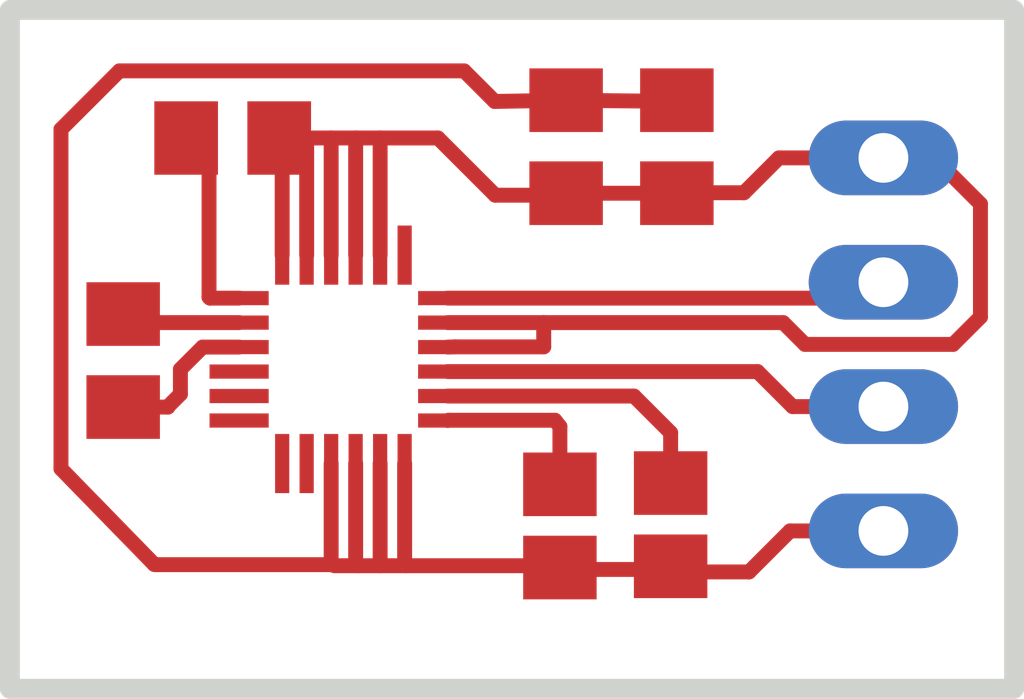
<source format=kicad_pcb>
(kicad_pcb (version 20171130) (host pcbnew "(5.1.4)-1")

  (general
    (thickness 1.6)
    (drawings 4)
    (tracks 89)
    (zones 0)
    (modules 8)
    (nets 16)
  )

  (page A4)
  (layers
    (0 Top signal)
    (31 Bottom signal)
    (32 B.Adhes user)
    (33 F.Adhes user)
    (34 B.Paste user)
    (35 F.Paste user)
    (36 B.SilkS user)
    (37 F.SilkS user)
    (38 B.Mask user)
    (39 F.Mask user)
    (40 Dwgs.User user)
    (41 Cmts.User user)
    (42 Eco1.User user)
    (43 Eco2.User user)
    (44 Edge.Cuts user)
    (45 Margin user)
    (46 B.CrtYd user)
    (47 F.CrtYd user)
    (48 B.Fab user)
    (49 F.Fab user)
  )

  (setup
    (last_trace_width 0.25)
    (trace_clearance 0.1524)
    (zone_clearance 0.508)
    (zone_45_only no)
    (trace_min 0.2)
    (via_size 0.8)
    (via_drill 0.4)
    (via_min_size 0.4)
    (via_min_drill 0.3)
    (uvia_size 0.3)
    (uvia_drill 0.1)
    (uvias_allowed no)
    (uvia_min_size 0.2)
    (uvia_min_drill 0.1)
    (edge_width 0.05)
    (segment_width 0.2)
    (pcb_text_width 0.3)
    (pcb_text_size 1.5 1.5)
    (mod_edge_width 0.12)
    (mod_text_size 1 1)
    (mod_text_width 0.15)
    (pad_size 1.524 1.524)
    (pad_drill 0.762)
    (pad_to_mask_clearance 0.051)
    (solder_mask_min_width 0.25)
    (aux_axis_origin 0 0)
    (visible_elements 7FFFFFFF)
    (pcbplotparams
      (layerselection 0x010fc_ffffffff)
      (usegerberextensions false)
      (usegerberattributes false)
      (usegerberadvancedattributes false)
      (creategerberjobfile false)
      (excludeedgelayer true)
      (linewidth 0.100000)
      (plotframeref false)
      (viasonmask false)
      (mode 1)
      (useauxorigin false)
      (hpglpennumber 1)
      (hpglpenspeed 20)
      (hpglpendiameter 15.000000)
      (psnegative false)
      (psa4output false)
      (plotreference true)
      (plotvalue true)
      (plotinvisibletext false)
      (padsonsilk false)
      (subtractmaskfromsilk false)
      (outputformat 1)
      (mirror false)
      (drillshape 1)
      (scaleselection 1)
      (outputdirectory ""))
  )

  (net 0 "")
  (net 1 GND)
  (net 2 VDD)
  (net 3 /SDA)
  (net 4 /SCL)
  (net 5 "Net-(R2-Pad1)")
  (net 6 "Net-(R1-Pad1)")
  (net 7 "Net-(U1-Pad14)")
  (net 8 "Net-(U1-Pad13)")
  (net 9 "Net-(U1-Pad12)")
  (net 10 "Net-(U1-Pad11)")
  (net 11 "Net-(U1-Pad10)")
  (net 12 "Net-(C1-Pad1)")
  (net 13 "Net-(C1-Pad2)")
  (net 14 "Net-(C2-Pad2)")
  (net 15 "Net-(U1-Pad1)")

  (net_class Default "This is the default net class."
    (clearance 0.1524)
    (trace_width 0.25)
    (via_dia 0.8)
    (via_drill 0.4)
    (uvia_dia 0.3)
    (uvia_drill 0.1)
    (add_net /SCL)
    (add_net /SDA)
    (add_net GND)
    (add_net "Net-(C1-Pad1)")
    (add_net "Net-(C1-Pad2)")
    (add_net "Net-(C2-Pad2)")
    (add_net "Net-(R1-Pad1)")
    (add_net "Net-(R2-Pad1)")
    (add_net "Net-(U1-Pad1)")
    (add_net "Net-(U1-Pad10)")
    (add_net "Net-(U1-Pad11)")
    (add_net "Net-(U1-Pad12)")
    (add_net "Net-(U1-Pad13)")
    (add_net "Net-(U1-Pad14)")
    (add_net VDD)
  )

  (module imu:C0805 (layer Top) (tedit 5DCDEC05) (tstamp 5DC8EB23)
    (at 149.606 100.8634 270)
    (descr <b>CAPACITOR</b><p>)
    (path /A60240AA)
    (fp_poly (pts (xy -1.97 -0.98) (xy 1.97 -0.98) (xy 1.97 0.98) (xy -1.97 0.98)) (layer F.CrtYd) (width 0.05))
    (pad 2 smd rect (at 0.95 0 270) (size 1.3 1.5) (layers Top F.Paste F.Mask)
      (net 1 GND) (solder_mask_margin 0.1016))
    (pad 1 smd rect (at -0.95 0 270) (size 1.3 1.5) (layers Top F.Paste F.Mask)
      (net 2 VDD) (solder_mask_margin 0.1016))
  )

  (module imu:C0805 (layer Top) (tedit 5DCDEC05) (tstamp 5DC8EB31)
    (at 151.8666 100.8634 270)
    (descr <b>CAPACITOR</b><p>)
    (path /C3EA450F)
    (fp_poly (pts (xy -1.97 -0.98) (xy 1.97 -0.98) (xy 1.97 0.98) (xy -1.97 0.98)) (layer F.CrtYd) (width 0.05))
    (pad 2 smd rect (at 0.95 0 270) (size 1.3 1.5) (layers Top F.Paste F.Mask)
      (net 1 GND) (solder_mask_margin 0.1016))
    (pad 1 smd rect (at -0.95 0 270) (size 1.3 1.5) (layers Top F.Paste F.Mask)
      (net 2 VDD) (solder_mask_margin 0.1016))
  )

  (module imu:C0805 (layer Top) (tedit 5DCDEC05) (tstamp 5DC8EB3F)
    (at 140.5636 105.2322 90)
    (descr <b>CAPACITOR</b><p>)
    (path /7A0BA227)
    (fp_poly (pts (xy -1.97 -0.98) (xy 1.97 -0.98) (xy 1.97 0.98) (xy -1.97 0.98)) (layer F.CrtYd) (width 0.05))
    (pad 2 smd rect (at 0.95 0 90) (size 1.3 1.5) (layers Top F.Paste F.Mask)
      (net 13 "Net-(C1-Pad2)") (solder_mask_margin 0.1016))
    (pad 1 smd rect (at -0.95 0 90) (size 1.3 1.5) (layers Top F.Paste F.Mask)
      (net 12 "Net-(C1-Pad1)") (solder_mask_margin 0.1016))
  )

  (module imu:C0805 (layer Top) (tedit 5DCDEC05) (tstamp 5DC8EB4D)
    (at 142.7988 100.6856 180)
    (descr <b>CAPACITOR</b><p>)
    (path /39D9FF9F)
    (fp_poly (pts (xy -1.97 -0.98) (xy 1.97 -0.98) (xy 1.97 0.98) (xy -1.97 0.98)) (layer F.CrtYd) (width 0.05))
    (pad 2 smd rect (at 0.95 0 180) (size 1.3 1.5) (layers Top F.Paste F.Mask)
      (net 14 "Net-(C2-Pad2)") (solder_mask_margin 0.1016))
    (pad 1 smd rect (at -0.95 0 180) (size 1.3 1.5) (layers Top F.Paste F.Mask)
      (net 1 GND) (solder_mask_margin 0.1016))
  )

  (module imu:LGA-24 (layer Top) (tedit 5DCDEC7A) (tstamp 5DC8EAD5)
    (at 145.0594 105.2068 270)
    (descr "<h3>LGA 4x4x1 mm 24-lead</h3>\n<ul><li>0.5mm pitch</li>\n<li>Pads are 0.35x0.2 mm square</li>\n</ul>\n<p>This package is used for:<p>\n<ul><li>ST Micro LSM9DS0 3D accel/gyro/mag</li></ul>")
    (path /94FABF20)
    (fp_poly (pts (xy -3 -3) (xy 3 -3) (xy 3 3) (xy -3 3)) (layer F.CrtYd) (width 0.1))
    (pad 24 smd rect (at -1.25 -2.129 270) (size 0.29 1.208) (layers Top F.Paste F.Mask)
      (net 3 /SDA) (solder_mask_margin 0.1016))
    (pad 23 smd rect (at -0.75 -2.129 270) (size 0.29 1.208) (layers Top F.Paste F.Mask)
      (net 1 GND) (solder_mask_margin 0.1016))
    (pad 22 smd rect (at -0.25 -2.129 270) (size 0.29 1.208) (layers Top F.Paste F.Mask)
      (net 1 GND) (solder_mask_margin 0.1016))
    (pad 21 smd rect (at 0.25 -2.129 270) (size 0.29 1.208) (layers Top F.Paste F.Mask)
      (net 4 /SCL) (solder_mask_margin 0.1016))
    (pad 20 smd rect (at 0.75 -2.129 270) (size 0.29 1.208) (layers Top F.Paste F.Mask)
      (net 5 "Net-(R2-Pad1)") (solder_mask_margin 0.1016))
    (pad 19 smd rect (at 1.25 -2.129 270) (size 0.29 1.208) (layers Top F.Paste F.Mask)
      (net 6 "Net-(R1-Pad1)") (solder_mask_margin 0.1016))
    (pad 18 smd rect (at 2.129 -1.25 180) (size 0.29 1.208) (layers Top F.Paste F.Mask)
      (net 2 VDD) (solder_mask_margin 0.1016))
    (pad 17 smd rect (at 2.129 -0.75 180) (size 0.29 1.208) (layers Top F.Paste F.Mask)
      (net 2 VDD) (solder_mask_margin 0.1016))
    (pad 16 smd rect (at 2.129 -0.25 180) (size 0.29 1.208) (layers Top F.Paste F.Mask)
      (net 2 VDD) (solder_mask_margin 0.1016))
    (pad 15 smd rect (at 2.129 0.25 180) (size 0.29 1.208) (layers Top F.Paste F.Mask)
      (net 2 VDD) (solder_mask_margin 0.1016))
    (pad 14 smd rect (at 2.129 0.75 180) (size 0.29 1.208) (layers Top F.Paste F.Mask)
      (net 7 "Net-(U1-Pad14)") (solder_mask_margin 0.1016))
    (pad 13 smd rect (at 2.129 1.25 180) (size 0.29 1.208) (layers Top F.Paste F.Mask)
      (net 8 "Net-(U1-Pad13)") (solder_mask_margin 0.1016))
    (pad 12 smd rect (at 1.25 2.129 90) (size 0.29 1.208) (layers Top F.Paste F.Mask)
      (net 9 "Net-(U1-Pad12)") (solder_mask_margin 0.1016))
    (pad 11 smd rect (at 0.75 2.129 90) (size 0.29 1.208) (layers Top F.Paste F.Mask)
      (net 10 "Net-(U1-Pad11)") (solder_mask_margin 0.1016))
    (pad 10 smd rect (at 0.25 2.129 90) (size 0.29 1.208) (layers Top F.Paste F.Mask)
      (net 11 "Net-(U1-Pad10)") (solder_mask_margin 0.1016))
    (pad 9 smd rect (at -0.25 2.129 90) (size 0.29 1.208) (layers Top F.Paste F.Mask)
      (net 12 "Net-(C1-Pad1)") (solder_mask_margin 0.1016))
    (pad 8 smd rect (at -0.75 2.129 90) (size 0.29 1.208) (layers Top F.Paste F.Mask)
      (net 13 "Net-(C1-Pad2)") (solder_mask_margin 0.1016))
    (pad 7 smd rect (at -1.25 2.129 90) (size 0.29 1.208) (layers Top F.Paste F.Mask)
      (net 14 "Net-(C2-Pad2)") (solder_mask_margin 0.1016))
    (pad 6 smd rect (at -2.129 1.25) (size 0.29 1.208) (layers Top F.Paste F.Mask)
      (net 1 GND) (solder_mask_margin 0.1016))
    (pad 5 smd rect (at -2.129 0.75) (size 0.29 1.208) (layers Top F.Paste F.Mask)
      (net 1 GND) (solder_mask_margin 0.1016))
    (pad 4 smd rect (at -2.129 0.25) (size 0.29 1.208) (layers Top F.Paste F.Mask)
      (net 1 GND) (solder_mask_margin 0.1016))
    (pad 3 smd rect (at -2.129 -0.25) (size 0.29 1.208) (layers Top F.Paste F.Mask)
      (net 1 GND) (solder_mask_margin 0.1016))
    (pad 2 smd rect (at -2.129 -0.75) (size 0.29 1.208) (layers Top F.Paste F.Mask)
      (net 1 GND) (solder_mask_margin 0.1016))
    (pad 1 smd rect (at -2.129 -1.25) (size 0.29 1.208) (layers Top F.Paste F.Mask)
      (net 15 "Net-(U1-Pad1)") (solder_mask_margin 0.1016))
  )

  (module imu:R0805 (layer Top) (tedit 5DCDEBD1) (tstamp 5DC8EB5B)
    (at 149.479 108.6104 270)
    (descr "<b>RESISTOR</b><p>\nchip")
    (path /5FC72806)
    (fp_poly (pts (xy -2 -1) (xy 2 -1) (xy 2 1) (xy -2 1)) (layer F.CrtYd) (width 0.1))
    (pad 2 smd rect (at 0.85 0 270) (size 1.3 1.5) (layers Top F.Paste F.Mask)
      (net 2 VDD) (solder_mask_margin 0.1016))
    (pad 1 smd rect (at -0.85 0 270) (size 1.3 1.5) (layers Top F.Paste F.Mask)
      (net 6 "Net-(R1-Pad1)") (solder_mask_margin 0.1016))
  )

  (module imu:R0805 (layer Top) (tedit 5DCDEBD1) (tstamp 5DC8EB69)
    (at 151.7396 108.585 270)
    (descr "<b>RESISTOR</b><p>\nchip")
    (path /8EFFCFBB)
    (fp_poly (pts (xy -2 -1) (xy 2 -1) (xy 2 1) (xy -2 1)) (layer F.CrtYd) (width 0.1))
    (pad 2 smd rect (at 0.85 0 270) (size 1.3 1.5) (layers Top F.Paste F.Mask)
      (net 2 VDD) (solder_mask_margin 0.1016))
    (pad 1 smd rect (at -0.85 0 270) (size 1.3 1.5) (layers Top F.Paste F.Mask)
      (net 5 "Net-(R2-Pad1)") (solder_mask_margin 0.1016))
  )

  (module imu:MA04-1 (layer Top) (tedit 5DCDED3B) (tstamp 5DC8EB77)
    (at 156.083 104.902 90)
    (descr "<b>PIN HEADER</b>")
    (path /4C9F70DA)
    (fp_poly (pts (xy -5 -1.75) (xy 5 -1.75) (xy 5 1.75) (xy -5 1.75)) (layer F.CrtYd) (width 0.1))
    (fp_poly (pts (xy -5 -1.75) (xy 5 -1.75) (xy 5 1.75) (xy -5 1.75)) (layer B.CrtYd) (width 0.1))
    (pad 1 thru_hole oval (at -3.81 0 180) (size 3.048 1.524) (drill 1.016) (layers *.Cu *.Mask)
      (net 2 VDD) (solder_mask_margin 0.1016))
    (pad 2 thru_hole oval (at -1.27 0 180) (size 3.048 1.524) (drill 1.016) (layers *.Cu *.Mask)
      (net 4 /SCL) (solder_mask_margin 0.1016))
    (pad 3 thru_hole oval (at 1.27 0 180) (size 3.048 1.524) (drill 1.016) (layers *.Cu *.Mask)
      (net 3 /SDA) (solder_mask_margin 0.1016))
    (pad 4 thru_hole oval (at 3.81 0 180) (size 3.048 1.524) (drill 1.016) (layers *.Cu *.Mask)
      (net 1 GND) (solder_mask_margin 0.1016))
  )

  (gr_line (start 138.2522 111.9378) (end 138.2522 98.0694) (layer Edge.Cuts) (width 0.4064) (tstamp 1CAD9470))
  (gr_line (start 138.2522 98.0694) (end 158.75 98.0694) (layer Edge.Cuts) (width 0.4064) (tstamp 1CAD8750))
  (gr_line (start 158.75 98.0694) (end 158.75 111.9378) (layer Edge.Cuts) (width 0.4064) (tstamp 1CAD8CF0))
  (gr_line (start 158.75 111.9378) (end 138.2522 111.9378) (layer Edge.Cuts) (width 0.4064) (tstamp 1CAD9BF0))

  (segment (start 143.8094 103.0778) (end 143.8094 100.7462) (width 0.3048) (layer Top) (net 1) (tstamp 1DF3B520))
  (segment (start 143.8094 100.7462) (end 143.7488 100.6856) (width 0.3048) (layer Top) (net 1) (tstamp 1DF3B840))
  (segment (start 143.7488 100.6856) (end 144.3094 100.6856) (width 0.3048) (layer Top) (net 1) (tstamp 1DF3BD40))
  (segment (start 144.3094 100.6856) (end 144.8094 100.6856) (width 0.3048) (layer Top) (net 1) (tstamp 1DF3B8E0))
  (segment (start 144.8094 100.6856) (end 145.3094 100.6856) (width 0.3048) (layer Top) (net 1) (tstamp 1DF3BAC0))
  (segment (start 145.3094 100.6856) (end 145.8094 100.6856) (width 0.3048) (layer Top) (net 1) (tstamp 1DF3BC00))
  (segment (start 145.8094 100.6856) (end 146.9898 100.6856) (width 0.3048) (layer Top) (net 1) (tstamp 1DF3BCA0))
  (segment (start 146.9898 100.6856) (end 148.1582 101.854) (width 0.3048) (layer Top) (net 1) (tstamp 1DF3BF20))
  (segment (start 148.1582 101.854) (end 149.5908 101.854) (width 0.3048) (layer Top) (net 1) (tstamp 1DF3BFC0))
  (segment (start 149.5908 101.854) (end 149.606 101.8134) (width 0.3048) (layer Top) (net 1) (tstamp 1DF3C060))
  (segment (start 151.8666 101.8134) (end 149.606 101.8134) (width 0.3048) (layer Top) (net 1) (tstamp 1C80DBB0))
  (segment (start 156.083 101.092) (end 153.9494 101.092) (width 0.3048) (layer Top) (net 1) (tstamp 1C80CFD0))
  (segment (start 153.9494 101.092) (end 153.2382 101.8032) (width 0.3048) (layer Top) (net 1) (tstamp 1C80E1F0))
  (segment (start 153.2382 101.8032) (end 151.8768 101.8032) (width 0.3048) (layer Top) (net 1) (tstamp 1C80CF30))
  (segment (start 151.8768 101.8032) (end 151.8666 101.8134) (width 0.3048) (layer Top) (net 1) (tstamp 1C80C670))
  (segment (start 144.8094 103.0778) (end 144.8094 100.6856) (width 0.3048) (layer Top) (net 1) (tstamp 1C80D070))
  (segment (start 145.3094 103.0778) (end 145.3094 100.6856) (width 0.3048) (layer Top) (net 1) (tstamp 1C80DE30))
  (segment (start 144.3094 103.0778) (end 144.3094 100.6856) (width 0.3048) (layer Top) (net 1) (tstamp 1C80E290))
  (segment (start 145.8094 103.0778) (end 145.8094 100.6856) (width 0.3048) (layer Top) (net 1) (tstamp 1C80DB10))
  (segment (start 147.1884 104.4568) (end 149.1488 104.4568) (width 0.3048) (layer Top) (net 1) (tstamp 1C80DD90))
  (segment (start 149.1488 104.4568) (end 154.0376 104.4568) (width 0.3048) (layer Top) (net 1) (tstamp 1C80D6B0))
  (segment (start 158.0642 104.3432) (end 158.0642 102.0318) (width 0.3048) (layer Top) (net 1) (tstamp 1C80C8F0))
  (segment (start 158.0642 102.0318) (end 157.1244 101.092) (width 0.3048) (layer Top) (net 1) (tstamp 1C80C990))
  (segment (start 157.1244 101.092) (end 156.083 101.092) (width 0.3048) (layer Top) (net 1) (tstamp 1C80EAB0))
  (segment (start 147.1884 104.9568) (end 147.3408 104.9528) (width 0.3048) (layer Top) (net 1) (tstamp 1C80D610))
  (segment (start 147.3408 104.9528) (end 149.1488 104.9528) (width 0.3048) (layer Top) (net 1) (tstamp 1C80E330))
  (segment (start 149.1488 104.9528) (end 149.1488 104.4568) (width 0.3048) (layer Top) (net 1) (tstamp 1C80E3D0))
  (segment (start 154.0376 104.4568) (end 154.4828 104.902) (width 0.3048) (layer Top) (net 1) (tstamp 1C80CA30))
  (segment (start 154.4828 104.902) (end 157.5054 104.902) (width 0.3048) (layer Top) (net 1) (tstamp 1C80E470))
  (segment (start 157.5054 104.902) (end 158.0642 104.3432) (width 0.3048) (layer Top) (net 1) (tstamp 1C80D750))
  (segment (start 156.083 108.712) (end 154.178 108.712) (width 0.3048) (layer Top) (net 2) (tstamp 1C80F730))
  (segment (start 154.178 108.712) (end 153.3398 109.5502) (width 0.3048) (layer Top) (net 2) (tstamp 1C80F370))
  (segment (start 153.3398 109.5502) (end 151.8548 109.5502) (width 0.3048) (layer Top) (net 2) (tstamp 1C80F050))
  (segment (start 151.8548 109.5502) (end 151.7396 109.435) (width 0.3048) (layer Top) (net 2) (tstamp 1C810090))
  (segment (start 144.8094 107.3358) (end 144.8094 109.4018) (width 0.3048) (layer Top) (net 2) (tstamp 1C80F910))
  (segment (start 144.8094 109.4018) (end 144.8816 109.4232) (width 0.3048) (layer Top) (net 2) (tstamp 1C80F7D0))
  (segment (start 144.8816 109.4232) (end 145.3642 109.4232) (width 0.3048) (layer Top) (net 2) (tstamp 1C80F190))
  (segment (start 145.3642 109.4232) (end 145.796 109.4232) (width 0.3048) (layer Top) (net 2) (tstamp 1C80F870))
  (segment (start 145.796 109.4232) (end 146.3294 109.4232) (width 0.3048) (layer Top) (net 2) (tstamp 1C80EF10))
  (segment (start 146.3294 109.4232) (end 149.987 109.4232) (width 0.3048) (layer Top) (net 2) (tstamp 1C80F230))
  (segment (start 149.987 109.4232) (end 150.0632 109.4994) (width 0.3048) (layer Top) (net 2) (tstamp 1C80F410))
  (segment (start 150.0632 109.4994) (end 149.518 109.4994) (width 0.3048) (layer Top) (net 2) (tstamp 1C80F2D0))
  (segment (start 149.518 109.4994) (end 149.479 109.4604) (width 0.3048) (layer Top) (net 2) (tstamp 1C80FA50))
  (segment (start 150.0632 109.4994) (end 151.6752 109.4994) (width 0.3048) (layer Top) (net 2) (tstamp 1C80F550))
  (segment (start 151.6752 109.4994) (end 151.7396 109.435) (width 0.3048) (layer Top) (net 2) (tstamp 1C80F5F0))
  (segment (start 145.3094 107.3358) (end 145.3094 109.3684) (width 0.3048) (layer Top) (net 2) (tstamp 1C80FEB0))
  (segment (start 145.3094 109.3684) (end 145.3642 109.4232) (width 0.3048) (layer Top) (net 2) (tstamp 1C80F690))
  (segment (start 145.8094 107.3358) (end 145.8094 109.4098) (width 0.3048) (layer Top) (net 2) (tstamp 1C80FCD0))
  (segment (start 145.8094 109.4098) (end 145.796 109.4232) (width 0.3048) (layer Top) (net 2) (tstamp 1C80F9B0))
  (segment (start 146.3094 107.3358) (end 146.3094 109.4032) (width 0.3048) (layer Top) (net 2) (tstamp 1C80FAF0))
  (segment (start 146.3094 109.4032) (end 146.3294 109.4232) (width 0.3048) (layer Top) (net 2) (tstamp 1C80FB90))
  (segment (start 151.8666 99.9134) (end 151.8666 99.9388) (width 0.3048) (layer Top) (net 2) (tstamp 1C80FC30))
  (segment (start 151.8666 99.9388) (end 149.606 99.9134) (width 0.3048) (layer Top) (net 2) (tstamp 1C80FFF0))
  (segment (start 149.606 99.9134) (end 148.148 99.9388) (width 0.3048) (layer Top) (net 2) (tstamp 1C810130))
  (segment (start 148.148 99.9388) (end 147.5232 99.314) (width 0.3048) (layer Top) (net 2) (tstamp 1C810270))
  (segment (start 147.5232 99.314) (end 140.4874 99.314) (width 0.3048) (layer Top) (net 2) (tstamp 1C810310))
  (segment (start 140.4874 99.314) (end 139.2936 100.5078) (width 0.3048) (layer Top) (net 2) (tstamp 1D74EF50))
  (segment (start 139.2936 100.5078) (end 139.2936 107.442) (width 0.3048) (layer Top) (net 2) (tstamp 1D74F130))
  (segment (start 139.2936 107.442) (end 141.1986 109.3978) (width 0.3048) (layer Top) (net 2) (tstamp 1D74DC90))
  (segment (start 144.8094 109.4018) (end 141.2454 109.4018) (width 0.3048) (layer Top) (net 2) (tstamp 1D74CED0))
  (segment (start 141.2454 109.4018) (end 141.1986 109.3978) (width 0.3048) (layer Top) (net 2) (tstamp 1D74D970))
  (segment (start 147.1884 103.9568) (end 155.7582 103.9568) (width 0.3048) (layer Top) (net 3) (tstamp 1C80C530))
  (segment (start 155.7582 103.9568) (end 156.083 103.632) (width 0.3048) (layer Top) (net 3) (tstamp 1C80DC50))
  (segment (start 156.083 106.172) (end 154.2288 106.172) (width 0.3048) (layer Top) (net 4) (tstamp 1C80C490))
  (segment (start 154.2288 106.172) (end 153.5136 105.4568) (width 0.3048) (layer Top) (net 4) (tstamp 1C80C5D0))
  (segment (start 147.1884 105.4568) (end 153.5136 105.4568) (width 0.3048) (layer Top) (net 4) (tstamp 1C80DF70))
  (segment (start 147.1884 105.9568) (end 150.991 105.9568) (width 0.3048) (layer Top) (net 5) (tstamp 1C80EBF0))
  (segment (start 150.991 105.9568) (end 151.7396 106.7054) (width 0.3048) (layer Top) (net 5) (tstamp 1C80CE90))
  (segment (start 151.7396 106.7054) (end 151.7396 107.735) (width 0.3048) (layer Top) (net 5) (tstamp 1C8101D0))
  (segment (start 149.479 107.7604) (end 149.479 106.5784) (width 0.3048) (layer Top) (net 6) (tstamp 1C80CD50))
  (segment (start 149.479 106.5784) (end 149.3774 106.4514) (width 0.3048) (layer Top) (net 6) (tstamp 1C80DCF0))
  (segment (start 149.3774 106.4514) (end 147.2084 106.4514) (width 0.3048) (layer Top) (net 6) (tstamp 1C80E650))
  (segment (start 147.2084 106.4514) (end 147.1884 106.4568) (width 0.3048) (layer Top) (net 6) (tstamp 1C80E6F0))
  (segment (start 142.9304 104.9568) (end 142.1852 104.9568) (width 0.3048) (layer Top) (net 12) (tstamp 1C80CCB0))
  (segment (start 142.1852 104.9568) (end 141.732 105.41) (width 0.3048) (layer Top) (net 12) (tstamp 1C80E0B0))
  (segment (start 141.732 105.41) (end 141.732 105.918) (width 0.3048) (layer Top) (net 12) (tstamp 1C80D4D0))
  (segment (start 141.732 105.918) (end 141.478 106.172) (width 0.3048) (layer Top) (net 12) (tstamp 1C80D2F0))
  (segment (start 141.478 106.172) (end 141.478 106.1822) (width 0.3048) (layer Top) (net 12) (tstamp 1C80E5B0))
  (segment (start 141.478 106.1822) (end 140.5636 106.1822) (width 0.3048) (layer Top) (net 12) (tstamp 1C80E150))
  (segment (start 142.9304 104.4568) (end 140.7382 104.4568) (width 0.3048) (layer Top) (net 13) (tstamp 1C80E510))
  (segment (start 140.7382 104.4568) (end 140.5636 104.2822) (width 0.3048) (layer Top) (net 13) (tstamp 1C80E8D0))
  (segment (start 141.8488 100.6856) (end 141.8488 100.6856) (width 0.3048) (layer Top) (net 14) (tstamp 1C80CBB6))
  (segment (start 141.8488 100.6856) (end 142.027666 100.721179) (width 0.3048) (layer Top) (net 14) (tstamp 1C80CBCD))
  (segment (start 142.027666 100.721179) (end 142.179302 100.822498) (width 0.3048) (layer Top) (net 14) (tstamp 1C80CBE3))
  (segment (start 142.179302 100.822498) (end 142.3162 101.153) (width 0.3048) (layer Top) (net 14) (tstamp 1C80CC10))
  (segment (start 142.3162 101.153) (end 142.3162 103.9368) (width 0.3048) (layer Top) (net 14) (tstamp 1C80D930))
  (segment (start 142.3162 103.9368) (end 142.3162 103.9368) (width 0.3048) (layer Top) (net 14) (tstamp 1C80D8EA))
  (segment (start 142.3162 103.9368) (end 142.3362 103.9568) (width 0.3048) (layer Top) (net 14) (tstamp 1C80D890))
  (segment (start 142.3362 103.9568) (end 142.9304 103.9568) (width 0.3048) (layer Top) (net 14) (tstamp 1C80C850))

)

</source>
